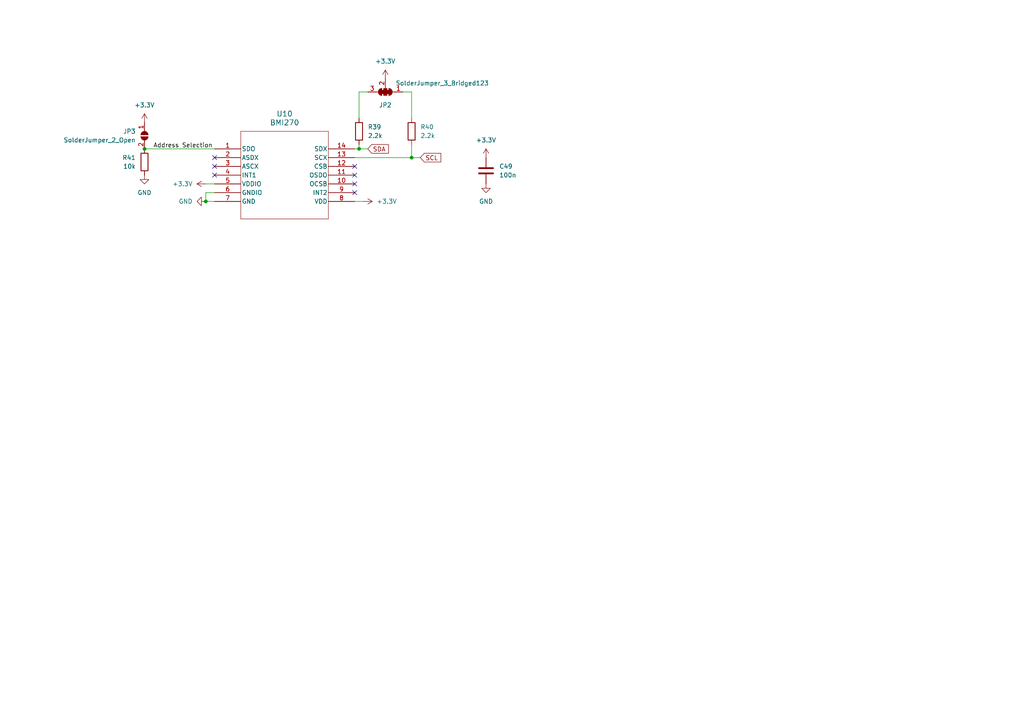
<source format=kicad_sch>
(kicad_sch (version 20231120) (generator "eeschema") (generator_version "8.0")
  (paper "A4")
  (lib_symbols
    (symbol "Device:C" (pin_numbers hide) (pin_names (offset 0.254))
      (property "Reference" "C" (at 0.635 2.54 0))
      (property "Value" "C" (at 0.635 -2.54 0))
      (symbol "C_0_1"
        (polyline (pts (xy -2.032 -0.762) (xy 2.032 -0.762)) (stroke (width 0.508)))
        (polyline (pts (xy -2.032 0.762) (xy 2.032 0.762)) (stroke (width 0.508)))
      )
      (symbol "C_1_1"
        (pin passive line (at 0 3.81 270) (length 2.794) (name "~") (number "1"))
        (pin passive line (at 0 -3.81 90) (length 2.794) (name "~") (number "2"))
      )
    )
    (symbol "Device:R" (pin_numbers hide) (pin_names (offset 0))
      (property "Reference" "R" (at 2.032 0 90))
      (property "Value" "R" (at 0 0 90))
      (symbol "R_0_1"
        (rectangle (start -1.016 -2.54) (end 1.016 2.54) (stroke (width 0.254)))
      )
      (symbol "R_1_1"
        (pin passive line (at 0 3.81 270) (length 1.27) (name "~") (number "1"))
        (pin passive line (at 0 -3.81 90) (length 1.27) (name "~") (number "2"))
      )
    )
    (symbol "Jumper:SolderJumper_2_Open" (pin_names (offset 0) hide)
      (property "Reference" "JP" (at 0 2.032 0))
      (property "Value" "SolderJumper_2_Open" (at 0 -2.54 0))
      (symbol "SolderJumper_2_Open_0_1"
        (arc (start -0.254 1.016) (mid -1.2656 0) (end -0.254 -1.016))
        (arc (start -0.254 1.016) (mid -1.2656 0) (end -0.254 -1.016) (fill (type outline)))
        (polyline (pts (xy -0.254 1.016) (xy -0.254 -1.016)))
        (polyline (pts (xy 0.254 1.016) (xy 0.254 -1.016)))
        (arc (start 0.254 -1.016) (mid 1.2656 0) (end 0.254 1.016))
        (arc (start 0.254 -1.016) (mid 1.2656 0) (end 0.254 1.016) (fill (type outline)))
      )
      (symbol "SolderJumper_2_Open_1_1"
        (pin passive line (at -3.81 0 0) (length 2.54) (name "A") (number "1"))
        (pin passive line (at 3.81 0 180) (length 2.54) (name "B") (number "2"))
      )
    )
    (symbol "Jumper:SolderJumper_3_Bridged123" (pin_names (offset 0) hide)
      (property "Reference" "JP" (at -2.54 -2.54 0))
      (property "Value" "SolderJumper_3_Bridged123" (at 0 2.794 0))
      (symbol "SolderJumper_3_Bridged123_0_1"
        (rectangle (start -1.016 0.508) (end -0.508 -0.508) (fill (type outline)))
        (arc (start -1.016 1.016) (mid -2.0276 0) (end -1.016 -1.016))
        (arc (start -1.016 1.016) (mid -2.0276 0) (end -1.016 -1.016) (fill (type outline)))
        (rectangle (start -0.508 1.016) (end 0.508 -1.016) (fill (type outline)))
        (polyline (pts (xy -2.54 0) (xy -2.032 0)))
        (polyline (pts (xy -1.016 1.016) (xy -1.016 -1.016)))
        (polyline (pts (xy 0 -1.27) (xy 0 -1.016)))
        (polyline (pts (xy 1.016 1.016) (xy 1.016 -1.016)))
        (polyline (pts (xy 2.54 0) (xy 2.032 0)))
        (rectangle (start 0.508 0.508) (end 1.016 -0.508) (fill (type outline)))
        (arc (start 1.016 -1.016) (mid 2.0276 0) (end 1.016 1.016))
        (arc (start 1.016 -1.016) (mid 2.0276 0) (end 1.016 1.016) (fill (type outline)))
      )
      (symbol "SolderJumper_3_Bridged123_1_1"
        (pin passive line (at -5.08 0 0) (length 2.54) (name "A") (number "1"))
        (pin passive line (at 0 -3.81 90) (length 2.54) (name "C") (number "2"))
        (pin passive line (at 5.08 0 180) (length 2.54) (name "B") (number "3"))
      )
    )
    (symbol "power:+3.3V" (power) (pin_names (offset 0))
      (property "Value" "+3.3V" (at 0 3.556 0))
      (symbol "+3.3V_0_1"
        (polyline (pts (xy -0.762 1.27) (xy 0 2.54)))
        (polyline (pts (xy 0 0) (xy 0 2.54)))
        (polyline (pts (xy 0 2.54) (xy 0.762 1.27)))
      )
      (symbol "+3.3V_1_1"
        (pin power_in line (at 0 0 90) (length 0) hide (name "+3.3V") (number "1"))
      )
    )
    (symbol "power:GND" (power) (pin_names (offset 0))
      (property "Value" "GND" (at 0 -3.81 0))
      (symbol "GND_0_1"
        (polyline (pts (xy 0 0) (xy 0 -1.27) (xy 1.27 -1.27) (xy 0 -2.54) (xy -1.27 -1.27) (xy 0 -1.27)))
      )
      (symbol "GND_1_1"
        (pin power_in line (at 0 0 270) (length 0) hide (name "GND") (number "1"))
      )
    )
    (symbol "symbols:BMI270" (pin_names (offset 0.254))
      (property "Reference" "U" (at 20.32 10.16 0))
      (property "Value" "BMI270" (at 20.32 7.62 0))
      (symbol "BMI270_0_1"
        (polyline (pts (xy 7.62 -20.32) (xy 33.02 -20.32)) (stroke (width 0.127)))
        (polyline (pts (xy 7.62 5.08) (xy 7.62 -20.32)) (stroke (width 0.127)))
        (polyline (pts (xy 33.02 -20.32) (xy 33.02 5.08)) (stroke (width 0.127)))
        (polyline (pts (xy 33.02 5.08) (xy 7.62 5.08)) (stroke (width 0.127)))
        (pin bidirectional line (at 0 0 0) (length 7.62) (name "SDO") (number "1"))
        (pin input line (at 40.64 -10.16 180) (length 7.62) (name "OCSB") (number "10"))
        (pin output line (at 40.64 -7.62 180) (length 7.62) (name "OSDO") (number "11"))
        (pin input line (at 40.64 -5.08 180) (length 7.62) (name "CSB") (number "12"))
        (pin input line (at 40.64 -2.54 180) (length 7.62) (name "SCX") (number "13"))
        (pin bidirectional line (at 40.64 0 180) (length 7.62) (name "SDX") (number "14"))
        (pin bidirectional line (at 0 -2.54 0) (length 7.62) (name "ASDX") (number "2"))
        (pin bidirectional line (at 0 -5.08 0) (length 7.62) (name "ASCX") (number "3"))
        (pin bidirectional line (at 0 -7.62 0) (length 7.62) (name "INT1") (number "4"))
        (pin power_in line (at 0 -10.16 0) (length 7.62) (name "VDDIO") (number "5"))
        (pin power_in line (at 40.64 -15.24 180) (length 7.62) (name "VDD") (number "8"))
        (pin bidirectional line (at 40.64 -12.7 180) (length 7.62) (name "INT2") (number "9"))
      )
      (symbol "BMI270_1_1"
        (pin power_in line (at 0 -12.7 0) (length 7.62) (name "GNDIO") (number "6"))
        (pin power_in line (at 0 -15.24 0) (length 7.62) (name "GND") (number "7"))
      )
    )
  )
  (junction (at 119.38 45.72))
  (junction (at 41.91 43.18))
  (junction (at 59.69 58.42))
  (junction (at 104.14 43.18))
  (no_connect (at 102.87 55.88))
  (no_connect (at 102.87 50.8))
  (no_connect (at 102.87 53.34))
  (no_connect (at 62.23 48.26))
  (no_connect (at 62.23 45.72))
  (no_connect (at 102.87 48.26))
  (no_connect (at 62.23 50.8))
  (wire (pts (xy 59.69 55.88) (xy 59.69 58.42)))
  (wire (pts (xy 104.14 43.18) (xy 106.68 43.18)))
  (wire (pts (xy 41.91 43.18) (xy 62.23 43.18)))
  (wire (pts (xy 119.38 41.91) (xy 119.38 45.72)))
  (wire (pts (xy 105.41 58.42) (xy 102.87 58.42)))
  (wire (pts (xy 102.87 45.72) (xy 119.38 45.72)))
  (wire (pts (xy 116.84 26.67) (xy 119.38 26.67)))
  (wire (pts (xy 62.23 55.88) (xy 59.69 55.88)))
  (wire (pts (xy 59.69 58.42) (xy 62.23 58.42)))
  (wire (pts (xy 104.14 41.91) (xy 104.14 43.18)))
  (wire (pts (xy 121.92 45.72) (xy 119.38 45.72)))
  (wire (pts (xy 119.38 34.29) (xy 119.38 26.67)))
  (wire (pts (xy 102.87 43.18) (xy 104.14 43.18)))
  (wire (pts (xy 62.23 53.34) (xy 59.69 53.34)))
  (wire (pts (xy 104.14 26.67) (xy 104.14 34.29)))
  (wire (pts (xy 104.14 26.67) (xy 106.68 26.67)))
  (label "Address Selection" (at 44.45 43.18 0))
  (global_label "SCL" (shape input) (at 121.92 45.72 0) (property "Intersheetrefs" "${INTERSHEET_REFS}" (effects (hide yes))))
  (global_label "SDA" (shape input) (at 106.68 43.18 0) (property "Intersheetrefs" "${INTERSHEET_REFS}" (effects (hide yes))))
  (symbol (lib_id "power:GND") (at 59.69 58.42 270) (unit 1)
    (property "Reference" "#PWR099" (effects (hide yes)))
    (property "Value" "GND" (at 55.88 58.42 90) (effects (justify right)))
  )
  (symbol (lib_id "Jumper:SolderJumper_3_Bridged123") (at 111.76 26.67 180) (unit 1)
    (property "Reference" "JP2" (at 111.76 30.48 0))
    (property "Value" "SolderJumper_3_Bridged123" (at 128.27 24.13 0))
    (property "Footprint" "Jumper:SolderJumper-3_P1.3mm_Open_RoundedPad1.0x1.5mm" (effects (hide yes)))
  )
  (symbol (lib_id "Jumper:SolderJumper_2_Open") (at 41.91 39.37 90) (mirror x) (unit 1)
    (property "Reference" "JP3" (at 39.37 38.1 90) (effects (justify left)))
    (property "Value" "SolderJumper_2_Open" (at 39.37 40.64 90) (effects (justify left)))
    (property "Footprint" "Jumper:SolderJumper-2_P1.3mm_Open_RoundedPad1.0x1.5mm" (effects (hide yes)))
  )
  (symbol (lib_id "Device:C") (at 140.97 49.53 0) (unit 1)
    (property "Reference" "C49" (at 144.78 48.26 0) (effects (justify left)))
    (property "Value" "100n" (at 144.78 50.8 0) (effects (justify left)))
    (property "Footprint" "Capacitor_SMD:C_0603_1608Metric_Pad1.08x0.95mm_HandSolder" (effects (hide yes)))
    (property "Digikey" "1276-1935-1-ND" (effects (hide yes)))
  )
  (symbol (lib_id "symbols:BMI270") (at 62.23 43.18 0) (unit 1)
    (property "Reference" "U10" (at 82.55 33.02 0) (effects (font (size 1.524 1.524))))
    (property "Value" "BMI270" (at 82.55 35.56 0) (effects (font (size 1.524 1.524))))
    (property "Footprint" "Package_LGA:Bosch_LGA-14_3x2.5mm_P0.5mm" (effects (hide yes)))
    (property "Datasheet" "BMI270" (effects (hide yes)))
    (property "Digikey" "828-1091-1-ND" (effects (hide yes)))
  )
  (symbol (lib_id "Device:R") (at 119.38 38.1 0) (unit 1)
    (property "Reference" "R40" (at 121.92 36.83 0) (effects (justify left)))
    (property "Value" "2.2k" (at 121.92 39.37 0) (effects (justify left)))
    (property "Footprint" "Resistor_SMD:R_0603_1608Metric_Pad0.98x0.95mm_HandSolder" (effects (hide yes)))
    (property "Digikey" "1292-WR06X103JTLCT-ND" (effects (hide yes)))
  )
  (symbol (lib_id "power:+3.3V") (at 41.91 35.56 0) (unit 1)
    (property "Reference" "#PWR094" (effects (hide yes)))
    (property "Value" "+3.3V" (at 41.91 30.48 0))
  )
  (symbol (lib_id "Device:R") (at 41.91 46.99 0) (mirror y) (unit 1)
    (property "Reference" "R41" (at 39.37 45.72 0) (effects (justify left)))
    (property "Value" "10k" (at 39.37 48.26 0) (effects (justify left)))
    (property "Footprint" "Resistor_SMD:R_0603_1608Metric_Pad0.98x0.95mm_HandSolder" (effects (hide yes)))
    (property "Digikey" "1292-WR06X103JTLCT-ND" (effects (hide yes)))
  )
  (symbol (lib_id "power:+3.3V") (at 140.97 45.72 0) (unit 1)
    (property "Reference" "#PWR095" (effects (hide yes)))
    (property "Value" "+3.3V" (at 140.97 40.64 0))
  )
  (symbol (lib_id "power:+3.3V") (at 105.41 58.42 270) (unit 1)
    (property "Reference" "#PWR0100" (effects (hide yes)))
    (property "Value" "+3.3V" (at 109.22 58.42 90) (effects (justify left)))
  )
  (symbol (lib_id "power:+3.3V") (at 59.69 53.34 90) (unit 1)
    (property "Reference" "#PWR097" (effects (hide yes)))
    (property "Value" "+3.3V" (at 55.88 53.34 90) (effects (justify left)))
  )
  (symbol (lib_id "power:GND") (at 41.91 50.8 0) (unit 1)
    (property "Reference" "#PWR096" (effects (hide yes)))
    (property "Value" "GND" (at 41.91 55.88 0))
  )
  (symbol (lib_id "Device:R") (at 104.14 38.1 0) (unit 1)
    (property "Reference" "R39" (at 106.68 36.83 0) (effects (justify left)))
    (property "Value" "2.2k" (at 106.68 39.37 0) (effects (justify left)))
    (property "Footprint" "Resistor_SMD:R_0603_1608Metric_Pad0.98x0.95mm_HandSolder" (effects (hide yes)))
    (property "Digikey" "1292-WR06X103JTLCT-ND" (effects (hide yes)))
  )
  (symbol (lib_id "power:GND") (at 140.97 53.34 0) (unit 1)
    (property "Reference" "#PWR098" (effects (hide yes)))
    (property "Value" "GND" (at 140.97 58.42 0))
  )
  (symbol (lib_id "power:+3.3V") (at 111.76 22.86 0) (unit 1)
    (property "Reference" "#PWR093" (effects (hide yes)))
    (property "Value" "+3.3V" (at 111.76 17.78 0))
  )
)
</source>
